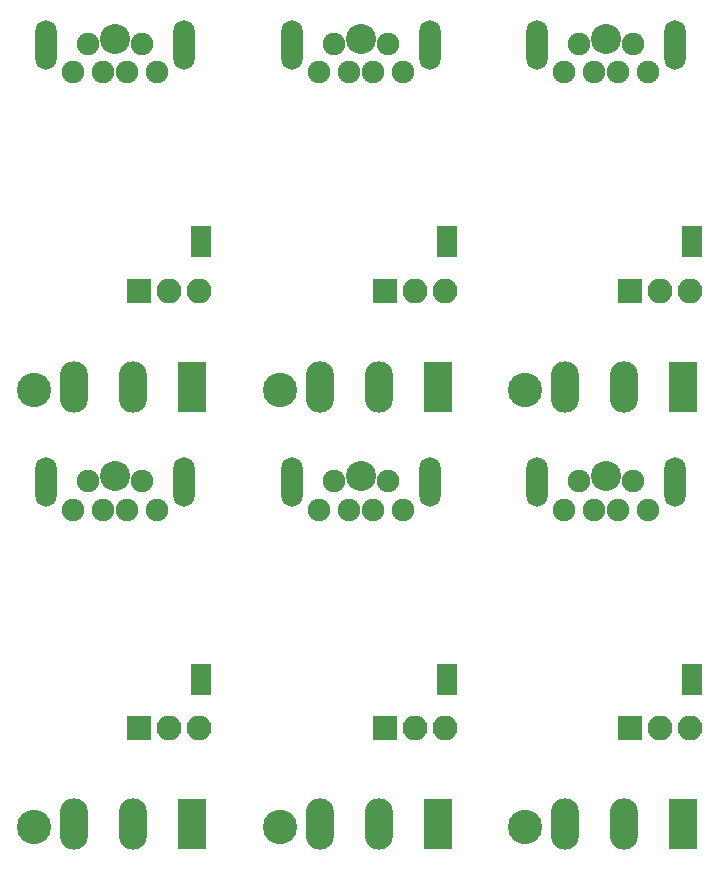
<source format=gbs>
%MOIN*%
%OFA0B0*%
%FSLAX46Y46*%
%IPPOS*%
%LPD*%
%ADD10R,0.093700787401574809X0.17165354330708663*%
%ADD11O,0.093700787401574809X0.17165354330708663*%
%ADD12R,0.065748031496063X0.053937007874015758*%
%ADD13C,0.1*%
%ADD14C,0.1141732283464567*%
%ADD15R,0.082677165354330714X0.082677165354330714*%
%ADD16O,0.082677165354330714X0.082677165354330714*%
%ADD17C,0.074848031496062992*%
%ADD18O,0.070866141732283464X0.16535433070866143*%
%ADD19C,0.074803149606299218*%
%ADD30R,0.093700787401574809X0.17165354330708663*%
%ADD31O,0.093700787401574809X0.17165354330708663*%
%ADD32R,0.065748031496063X0.053937007874015758*%
%ADD33C,0.1*%
%ADD34C,0.1141732283464567*%
%ADD35R,0.082677165354330714X0.082677165354330714*%
%ADD36O,0.082677165354330714X0.082677165354330714*%
%ADD37C,0.074848031496062992*%
%ADD38O,0.070866141732283464X0.16535433070866143*%
%ADD39C,0.074803149606299218*%
%ADD50R,0.093700787401574809X0.17165354330708663*%
%ADD51O,0.093700787401574809X0.17165354330708663*%
%ADD52R,0.065748031496063X0.053937007874015758*%
%ADD53C,0.1*%
%ADD54C,0.1141732283464567*%
%ADD55R,0.082677165354330714X0.082677165354330714*%
%ADD56O,0.082677165354330714X0.082677165354330714*%
%ADD57C,0.074848031496062992*%
%ADD58O,0.070866141732283464X0.16535433070866143*%
%ADD59C,0.074803149606299218*%
%ADD70R,0.093700787401574809X0.17165354330708663*%
%ADD71O,0.093700787401574809X0.17165354330708663*%
%ADD72R,0.065748031496063X0.053937007874015758*%
%ADD73C,0.1*%
%ADD74C,0.1141732283464567*%
%ADD75R,0.082677165354330714X0.082677165354330714*%
%ADD76O,0.082677165354330714X0.082677165354330714*%
%ADD77C,0.074848031496062992*%
%ADD78O,0.070866141732283464X0.16535433070866143*%
%ADD79C,0.074803149606299218*%
%ADD90R,0.093700787401574809X0.17165354330708663*%
%ADD91O,0.093700787401574809X0.17165354330708663*%
%ADD92R,0.065748031496063X0.053937007874015758*%
%ADD93C,0.1*%
%ADD94C,0.1141732283464567*%
%ADD95R,0.082677165354330714X0.082677165354330714*%
%ADD96O,0.082677165354330714X0.082677165354330714*%
%ADD97C,0.074848031496062992*%
%ADD98O,0.070866141732283464X0.16535433070866143*%
%ADD99C,0.074803149606299218*%
%ADD110R,0.093700787401574809X0.17165354330708663*%
%ADD111O,0.093700787401574809X0.17165354330708663*%
%ADD112R,0.065748031496063X0.053937007874015758*%
%ADD113C,0.1*%
%ADD114C,0.1141732283464567*%
%ADD115R,0.082677165354330714X0.082677165354330714*%
%ADD116O,0.082677165354330714X0.082677165354330714*%
%ADD117C,0.074848031496062992*%
%ADD118O,0.070866141732283464X0.16535433070866143*%
%ADD119C,0.074803149606299218*%
%LPD*%
G01*
D10*
X0000818110Y0002798110D02*
X0001414960Y0001568109D03*
D11*
X0001218110Y0001568109D03*
X0001021258Y0001568109D03*
D12*
X0001444110Y0002026913D03*
X0001444110Y0002077306D03*
D13*
X0001158110Y0002728110D03*
D14*
X0000888110Y0001558110D03*
D15*
X0001238110Y0001888110D03*
D16*
X0001338110Y0001888110D03*
X0001438110Y0001888110D03*
D17*
X0001298144Y0002618026D03*
X0001198144Y0002618026D03*
X0001118144Y0002618026D03*
X0001018143Y0002618026D03*
D18*
X0001388110Y0002708110D03*
X0000928110Y0002708110D03*
D19*
X0001068110Y0002713110D03*
X0001248110Y0002713110D03*
G01*
D30*
X0001636220Y0002798110D02*
X0002233070Y0001568109D03*
D31*
X0002036220Y0001568109D03*
X0001839370Y0001568109D03*
D32*
X0002262220Y0002026913D03*
X0002262220Y0002077306D03*
D33*
X0001976220Y0002728110D03*
D34*
X0001706220Y0001558110D03*
D35*
X0002056220Y0001888110D03*
D36*
X0002156220Y0001888110D03*
X0002256220Y0001888110D03*
D37*
X0002116254Y0002618026D03*
X0002016254Y0002618026D03*
X0001936254Y0002618026D03*
X0001836254Y0002618026D03*
D38*
X0002206220Y0002708110D03*
X0001746220Y0002708110D03*
D39*
X0001886220Y0002713110D03*
X0002066220Y0002713110D03*
G04 next file*
%LPD*%
G01*
D50*
X0000000000Y0001339999D02*
X0000596850Y0000109999D03*
D51*
X0000400000Y0000109999D03*
X0000203149Y0000109999D03*
D52*
X0000626000Y0000568803D03*
X0000626000Y0000619196D03*
D53*
X0000339999Y0001269999D03*
D54*
X0000070000Y0000099999D03*
D55*
X0000420000Y0000429999D03*
D56*
X0000520000Y0000429999D03*
X0000620000Y0000429999D03*
D57*
X0000480033Y0001159916D03*
X0000380033Y0001159916D03*
X0000300033Y0001159916D03*
X0000200033Y0001159916D03*
D58*
X0000570000Y0001249999D03*
X0000110000Y0001249999D03*
D59*
X0000250000Y0001254999D03*
X0000430000Y0001254999D03*
G01*
D70*
X0000000000Y0002798110D02*
X0000596850Y0001568108D03*
D71*
X0000400000Y0001568108D03*
X0000203149Y0001568108D03*
D72*
X0000626000Y0002026913D03*
X0000626000Y0002077306D03*
D73*
X0000339999Y0002728110D03*
D74*
X0000070000Y0001558110D03*
D75*
X0000420000Y0001888110D03*
D76*
X0000520000Y0001888110D03*
X0000620000Y0001888110D03*
D77*
X0000480033Y0002618026D03*
X0000380033Y0002618026D03*
X0000300033Y0002618026D03*
X0000200033Y0002618026D03*
D78*
X0000570000Y0002708110D03*
X0000110000Y0002708110D03*
D79*
X0000250000Y0002713110D03*
X0000430000Y0002713110D03*
G04 next file*
G01*
D90*
X0000818110Y0001339999D02*
X0001414960Y0000109999D03*
D91*
X0001218110Y0000109999D03*
X0001021258Y0000109999D03*
D92*
X0001444110Y0000568803D03*
X0001444110Y0000619196D03*
D93*
X0001158110Y0001269999D03*
D94*
X0000888110Y0000099999D03*
D95*
X0001238110Y0000429999D03*
D96*
X0001338110Y0000429999D03*
X0001438110Y0000429999D03*
D97*
X0001298144Y0001159916D03*
X0001198144Y0001159916D03*
X0001118144Y0001159916D03*
X0001018143Y0001159916D03*
D98*
X0001388110Y0001249999D03*
X0000928110Y0001249999D03*
D99*
X0001068110Y0001254999D03*
X0001248110Y0001254999D03*
G04 next file*
G04 #@! TF.GenerationSoftware,KiCad,Pcbnew,(2018-02-16 revision c95340fba)-makepkg*
G04 #@! TF.CreationDate,2018-05-25T20:47:33+02:00*
G04 #@! TF.ProjectId,LIN_USB_CONVERTER,4C494E5F5553425F434F4E5645525445,rev?*
G04 #@! TF.SameCoordinates,PX85b9e30PY4aad300*
G04 #@! TF.FileFunction,Soldermask,Bot*
G04 #@! TF.FilePolarity,Negative*
G04 Gerber Fmt 4.6, Leading zero omitted, Abs format (unit mm)*
G04 Created by KiCad (PCBNEW (2018-02-16 revision c95340fba)-makepkg) date 05/25/18 20:47:33*
G01*
G04 APERTURE LIST*
G04 APERTURE END LIST*
D110*
X0001636220Y0001339999D02*
X0002233070Y0000109999D03*
D111*
X0002036220Y0000109999D03*
X0001839370Y0000109999D03*
D112*
X0002262220Y0000568803D03*
X0002262220Y0000619196D03*
D113*
X0001976220Y0001269999D03*
D114*
X0001706220Y0000099999D03*
D115*
X0002056220Y0000429999D03*
D116*
X0002156220Y0000429999D03*
X0002256220Y0000429999D03*
D117*
X0002116254Y0001159916D03*
X0002016254Y0001159916D03*
X0001936254Y0001159916D03*
X0001836254Y0001159916D03*
D118*
X0002206220Y0001249999D03*
X0001746220Y0001249999D03*
D119*
X0001886220Y0001254999D03*
X0002066220Y0001254999D03*
M02*
</source>
